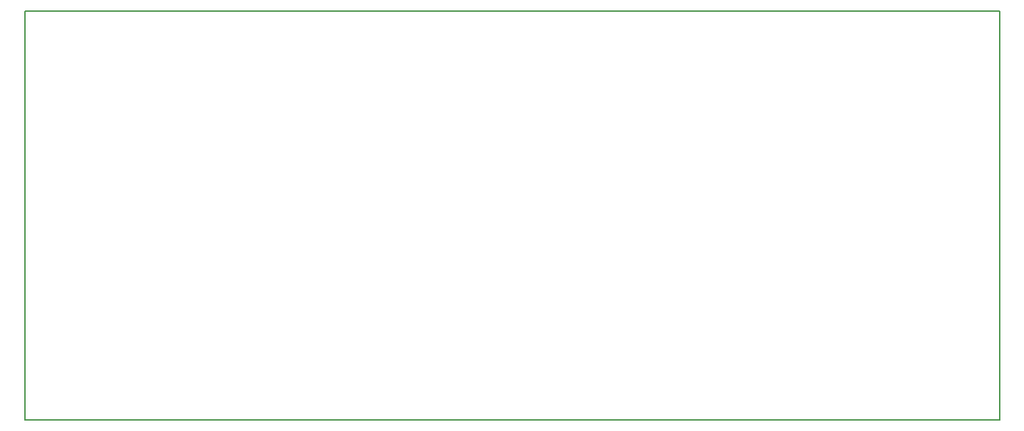
<source format=gbr>
G04 #@! TF.FileFunction,Profile,NP*
%FSLAX46Y46*%
G04 Gerber Fmt 4.6, Leading zero omitted, Abs format (unit mm)*
G04 Created by KiCad (PCBNEW 4.0.6) date Sunday, 05 May 2019 10:36:36*
%MOMM*%
%LPD*%
G01*
G04 APERTURE LIST*
%ADD10C,0.100000*%
%ADD11C,0.150000*%
G04 APERTURE END LIST*
D10*
D11*
X109000000Y-59500000D02*
X109000000Y-109500000D01*
X228000000Y-59500000D02*
X109000000Y-59500000D01*
X228000000Y-109500000D02*
X228000000Y-59500000D01*
X109000000Y-109500000D02*
X228000000Y-109500000D01*
M02*

</source>
